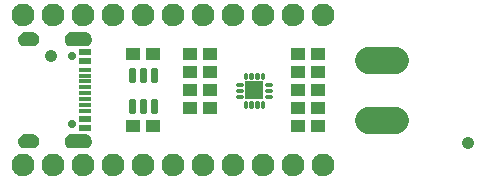
<source format=gbr>
G04 EAGLE Gerber RS-274X export*
G75*
%MOMM*%
%FSLAX34Y34*%
%LPD*%
%INGTS*%
%IPPOS*%
%AMOC8*
5,1,8,0,0,1.08239X$1,22.5*%
G01*
%ADD10C,0.249066*%
%ADD11R,1.500800X1.500800*%
%ADD12C,2.300800*%
%ADD13R,1.050800X0.330800*%
%ADD14R,1.050800X0.610800*%
%ADD15C,0.700800*%
%ADD16R,1.150800X1.050800*%
%ADD17C,0.414550*%
%ADD18C,1.930400*%
%ADD19C,1.050800*%

G36*
X73004Y37154D02*
X73004Y37154D01*
X73007Y37151D01*
X74129Y37306D01*
X74134Y37311D01*
X74138Y37308D01*
X75209Y37679D01*
X75213Y37685D01*
X75218Y37683D01*
X76195Y38256D01*
X76198Y38262D01*
X76203Y38261D01*
X77050Y39014D01*
X77052Y39021D01*
X77057Y39021D01*
X77741Y39924D01*
X77741Y39931D01*
X77746Y39932D01*
X78241Y40951D01*
X78239Y40958D01*
X78244Y40960D01*
X78531Y42057D01*
X78529Y42061D01*
X78531Y42062D01*
X78529Y42064D01*
X78532Y42066D01*
X78599Y43197D01*
X78597Y43201D01*
X78599Y43203D01*
X78532Y44334D01*
X78527Y44339D01*
X78531Y44343D01*
X78244Y45440D01*
X78238Y45444D01*
X78241Y45449D01*
X77746Y46468D01*
X77740Y46471D01*
X77741Y46476D01*
X77057Y47379D01*
X77050Y47381D01*
X77050Y47386D01*
X76203Y48139D01*
X76196Y48139D01*
X76195Y48144D01*
X75218Y48717D01*
X75211Y48716D01*
X75209Y48721D01*
X74138Y49092D01*
X74132Y49089D01*
X74129Y49094D01*
X73007Y49249D01*
X73002Y49246D01*
X73000Y49249D01*
X61000Y49249D01*
X60995Y49246D01*
X60992Y49249D01*
X59725Y49044D01*
X59719Y49038D01*
X59715Y49041D01*
X58525Y48559D01*
X58521Y48552D01*
X58515Y48554D01*
X57462Y47820D01*
X57460Y47812D01*
X57454Y47813D01*
X56591Y46863D01*
X56590Y46854D01*
X56585Y46854D01*
X55955Y45735D01*
X55956Y45727D01*
X55950Y45725D01*
X55585Y44495D01*
X55588Y44487D01*
X55583Y44484D01*
X55501Y43203D01*
X55504Y43199D01*
X55501Y43197D01*
X55583Y41916D01*
X55589Y41910D01*
X55585Y41905D01*
X55950Y40675D01*
X55957Y40670D01*
X55955Y40665D01*
X56585Y39546D01*
X56592Y39543D01*
X56591Y39537D01*
X57454Y38587D01*
X57462Y38586D01*
X57462Y38580D01*
X58515Y37846D01*
X58523Y37846D01*
X58525Y37841D01*
X59715Y37359D01*
X59722Y37361D01*
X59725Y37356D01*
X60992Y37151D01*
X60997Y37154D01*
X61000Y37151D01*
X73000Y37151D01*
X73004Y37154D01*
G37*
G36*
X73004Y-49246D02*
X73004Y-49246D01*
X73007Y-49249D01*
X74129Y-49094D01*
X74134Y-49089D01*
X74138Y-49092D01*
X75209Y-48721D01*
X75213Y-48715D01*
X75218Y-48717D01*
X76195Y-48144D01*
X76198Y-48138D01*
X76203Y-48139D01*
X77050Y-47386D01*
X77052Y-47379D01*
X77057Y-47379D01*
X77741Y-46476D01*
X77741Y-46469D01*
X77746Y-46468D01*
X78241Y-45449D01*
X78239Y-45442D01*
X78244Y-45440D01*
X78531Y-44343D01*
X78529Y-44339D01*
X78531Y-44338D01*
X78529Y-44336D01*
X78532Y-44334D01*
X78599Y-43203D01*
X78597Y-43199D01*
X78599Y-43197D01*
X78532Y-42066D01*
X78527Y-42061D01*
X78531Y-42057D01*
X78244Y-40960D01*
X78238Y-40956D01*
X78241Y-40951D01*
X77746Y-39932D01*
X77740Y-39929D01*
X77741Y-39924D01*
X77057Y-39021D01*
X77050Y-39019D01*
X77050Y-39014D01*
X76203Y-38261D01*
X76196Y-38261D01*
X76195Y-38256D01*
X75218Y-37683D01*
X75211Y-37684D01*
X75209Y-37679D01*
X74138Y-37308D01*
X74132Y-37311D01*
X74129Y-37306D01*
X73007Y-37151D01*
X73002Y-37154D01*
X73000Y-37151D01*
X61000Y-37151D01*
X60995Y-37154D01*
X60992Y-37151D01*
X59725Y-37356D01*
X59719Y-37362D01*
X59715Y-37359D01*
X58525Y-37841D01*
X58521Y-37848D01*
X58515Y-37846D01*
X57462Y-38580D01*
X57460Y-38588D01*
X57454Y-38587D01*
X56591Y-39537D01*
X56590Y-39546D01*
X56585Y-39546D01*
X55955Y-40665D01*
X55956Y-40673D01*
X55950Y-40675D01*
X55585Y-41905D01*
X55588Y-41913D01*
X55583Y-41916D01*
X55501Y-43197D01*
X55504Y-43201D01*
X55501Y-43203D01*
X55583Y-44484D01*
X55589Y-44490D01*
X55585Y-44495D01*
X55950Y-45725D01*
X55957Y-45730D01*
X55955Y-45735D01*
X56585Y-46854D01*
X56592Y-46857D01*
X56591Y-46863D01*
X57454Y-47813D01*
X57462Y-47814D01*
X57462Y-47820D01*
X58515Y-48554D01*
X58523Y-48554D01*
X58525Y-48559D01*
X59715Y-49041D01*
X59722Y-49039D01*
X59725Y-49044D01*
X60992Y-49249D01*
X60997Y-49246D01*
X61000Y-49249D01*
X73000Y-49249D01*
X73004Y-49246D01*
G37*
G36*
X28203Y37153D02*
X28203Y37153D01*
X28205Y37151D01*
X29381Y37262D01*
X29386Y37267D01*
X29390Y37264D01*
X30522Y37602D01*
X30526Y37608D01*
X30531Y37606D01*
X31575Y38158D01*
X31578Y38165D01*
X31583Y38163D01*
X32499Y38909D01*
X32500Y38916D01*
X32506Y38916D01*
X33259Y39826D01*
X33259Y39833D01*
X33264Y39834D01*
X33825Y40873D01*
X33824Y40878D01*
X33828Y40880D01*
X33827Y40881D01*
X33829Y40882D01*
X34176Y42011D01*
X34176Y42012D01*
X34177Y42013D01*
X34174Y42017D01*
X34178Y42020D01*
X34299Y43195D01*
X34295Y43202D01*
X34299Y43206D01*
X34142Y44546D01*
X34137Y44552D01*
X34140Y44557D01*
X33689Y45828D01*
X33682Y45833D01*
X33684Y45838D01*
X32962Y46977D01*
X32954Y46980D01*
X32955Y46986D01*
X31997Y47936D01*
X31989Y47937D01*
X31988Y47943D01*
X30843Y48656D01*
X30835Y48655D01*
X30833Y48661D01*
X29557Y49101D01*
X29550Y49099D01*
X29547Y49103D01*
X28205Y49249D01*
X28202Y49247D01*
X28200Y49249D01*
X22200Y49249D01*
X22197Y49247D01*
X22194Y49249D01*
X20865Y49094D01*
X20859Y49088D01*
X20855Y49091D01*
X19594Y48644D01*
X19589Y48637D01*
X19584Y48639D01*
X18454Y47922D01*
X18451Y47915D01*
X18445Y47916D01*
X17503Y46966D01*
X17502Y46957D01*
X17496Y46957D01*
X16789Y45821D01*
X16790Y45813D01*
X16784Y45811D01*
X16348Y44546D01*
X16350Y44538D01*
X16345Y44536D01*
X16201Y43205D01*
X16205Y43199D01*
X16201Y43195D01*
X16311Y42029D01*
X16316Y42024D01*
X16313Y42020D01*
X16648Y40897D01*
X16654Y40893D01*
X16652Y40889D01*
X17200Y39853D01*
X17206Y39850D01*
X17205Y39845D01*
X17944Y38937D01*
X17951Y38935D01*
X17951Y38930D01*
X18853Y38183D01*
X18861Y38183D01*
X18861Y38178D01*
X19892Y37621D01*
X19899Y37622D01*
X19901Y37617D01*
X21020Y37273D01*
X21027Y37275D01*
X21030Y37271D01*
X22195Y37151D01*
X22198Y37153D01*
X22200Y37151D01*
X28200Y37151D01*
X28203Y37153D01*
G37*
G36*
X28203Y-49247D02*
X28203Y-49247D01*
X28205Y-49249D01*
X29381Y-49138D01*
X29386Y-49133D01*
X29390Y-49136D01*
X30522Y-48798D01*
X30526Y-48792D01*
X30531Y-48794D01*
X31575Y-48242D01*
X31578Y-48235D01*
X31583Y-48237D01*
X32499Y-47491D01*
X32500Y-47484D01*
X32506Y-47484D01*
X33259Y-46575D01*
X33259Y-46567D01*
X33264Y-46567D01*
X33825Y-45527D01*
X33824Y-45522D01*
X33828Y-45520D01*
X33827Y-45519D01*
X33829Y-45518D01*
X34176Y-44389D01*
X34176Y-44388D01*
X34177Y-44387D01*
X34174Y-44383D01*
X34178Y-44380D01*
X34299Y-43205D01*
X34295Y-43198D01*
X34299Y-43194D01*
X34142Y-41854D01*
X34137Y-41848D01*
X34140Y-41843D01*
X33689Y-40572D01*
X33682Y-40567D01*
X33684Y-40562D01*
X32962Y-39423D01*
X32954Y-39420D01*
X32955Y-39414D01*
X31997Y-38464D01*
X31989Y-38463D01*
X31988Y-38457D01*
X30843Y-37744D01*
X30835Y-37745D01*
X30833Y-37739D01*
X29557Y-37299D01*
X29550Y-37301D01*
X29547Y-37297D01*
X28205Y-37151D01*
X28202Y-37153D01*
X28200Y-37151D01*
X22200Y-37151D01*
X22197Y-37153D01*
X22194Y-37151D01*
X20865Y-37306D01*
X20859Y-37312D01*
X20855Y-37309D01*
X19594Y-37756D01*
X19589Y-37763D01*
X19584Y-37761D01*
X18454Y-38478D01*
X18451Y-38485D01*
X18445Y-38484D01*
X17503Y-39435D01*
X17502Y-39443D01*
X17496Y-39443D01*
X16789Y-40579D01*
X16790Y-40587D01*
X16784Y-40589D01*
X16348Y-41854D01*
X16350Y-41862D01*
X16345Y-41865D01*
X16201Y-43195D01*
X16205Y-43201D01*
X16201Y-43205D01*
X16311Y-44371D01*
X16316Y-44376D01*
X16313Y-44380D01*
X16648Y-45503D01*
X16654Y-45507D01*
X16652Y-45511D01*
X17200Y-46547D01*
X17206Y-46550D01*
X17205Y-46555D01*
X17944Y-47463D01*
X17951Y-47465D01*
X17951Y-47470D01*
X18853Y-48217D01*
X18861Y-48217D01*
X18861Y-48223D01*
X19892Y-48779D01*
X19899Y-48778D01*
X19901Y-48783D01*
X21020Y-49127D01*
X21027Y-49125D01*
X21030Y-49129D01*
X22195Y-49249D01*
X22198Y-49247D01*
X22200Y-49249D01*
X28200Y-49249D01*
X28203Y-49247D01*
G37*
D10*
X226141Y-4491D02*
X229959Y-4491D01*
X229959Y-5509D01*
X226141Y-5509D01*
X226141Y-4491D01*
X226141Y509D02*
X229959Y509D01*
X229959Y-509D01*
X226141Y-509D01*
X226141Y509D01*
X226141Y5509D02*
X229959Y5509D01*
X229959Y4491D01*
X226141Y4491D01*
X226141Y5509D01*
X222891Y10241D02*
X222891Y14059D01*
X223909Y14059D01*
X223909Y10241D01*
X222891Y10241D01*
X222891Y12607D02*
X223909Y12607D01*
X217891Y14059D02*
X217891Y10241D01*
X217891Y14059D02*
X218909Y14059D01*
X218909Y10241D01*
X217891Y10241D01*
X217891Y12607D02*
X218909Y12607D01*
X212891Y14059D02*
X212891Y10241D01*
X212891Y14059D02*
X213909Y14059D01*
X213909Y10241D01*
X212891Y10241D01*
X212891Y12607D02*
X213909Y12607D01*
X207891Y14059D02*
X207891Y10241D01*
X207891Y14059D02*
X208909Y14059D01*
X208909Y10241D01*
X207891Y10241D01*
X207891Y12607D02*
X208909Y12607D01*
X205659Y4491D02*
X201841Y4491D01*
X201841Y5509D01*
X205659Y5509D01*
X205659Y4491D01*
X205659Y-509D02*
X201841Y-509D01*
X201841Y509D01*
X205659Y509D01*
X205659Y-509D01*
X205659Y-5509D02*
X201841Y-5509D01*
X201841Y-4491D01*
X205659Y-4491D01*
X205659Y-5509D01*
X208909Y-10241D02*
X208909Y-14059D01*
X207891Y-14059D01*
X207891Y-10241D01*
X208909Y-10241D01*
X208909Y-11693D02*
X207891Y-11693D01*
X213909Y-10241D02*
X213909Y-14059D01*
X212891Y-14059D01*
X212891Y-10241D01*
X213909Y-10241D01*
X213909Y-11693D02*
X212891Y-11693D01*
X218909Y-10241D02*
X218909Y-14059D01*
X217891Y-14059D01*
X217891Y-10241D01*
X218909Y-10241D01*
X218909Y-11693D02*
X217891Y-11693D01*
X223909Y-10241D02*
X223909Y-14059D01*
X222891Y-14059D01*
X222891Y-10241D01*
X223909Y-10241D01*
X223909Y-11693D02*
X222891Y-11693D01*
D11*
X215900Y0D03*
D12*
X312420Y-25400D02*
X334920Y-25400D01*
X334920Y25400D02*
X312420Y25400D01*
D13*
X72800Y-7500D03*
X72800Y-2500D03*
D14*
X72800Y-32250D03*
X72800Y-24500D03*
D13*
X72800Y-17500D03*
X72800Y-12500D03*
X72800Y7500D03*
X72800Y2500D03*
D14*
X72800Y32250D03*
X72800Y24500D03*
D13*
X72800Y17500D03*
X72800Y12500D03*
D15*
X61750Y28900D03*
X61750Y-28900D03*
D16*
X130420Y-30480D03*
X113420Y-30480D03*
X161680Y0D03*
X178680Y0D03*
X161680Y15240D03*
X178680Y15240D03*
X161680Y30480D03*
X178680Y30480D03*
X253120Y15240D03*
X270120Y15240D03*
X253120Y30480D03*
X270120Y30480D03*
X253120Y-15240D03*
X270120Y-15240D03*
X253120Y-30480D03*
X270120Y-30480D03*
X253120Y0D03*
X270120Y0D03*
X178680Y-15240D03*
X161680Y-15240D03*
X130420Y30480D03*
X113420Y30480D03*
D17*
X130489Y17182D02*
X132351Y17182D01*
X132351Y8820D01*
X130489Y8820D01*
X130489Y17182D01*
X130489Y12759D02*
X132351Y12759D01*
X132351Y16698D02*
X130489Y16698D01*
X122851Y17182D02*
X120989Y17182D01*
X122851Y17182D02*
X122851Y8820D01*
X120989Y8820D01*
X120989Y17182D01*
X120989Y12759D02*
X122851Y12759D01*
X122851Y16698D02*
X120989Y16698D01*
X113351Y17182D02*
X111489Y17182D01*
X113351Y17182D02*
X113351Y8820D01*
X111489Y8820D01*
X111489Y17182D01*
X111489Y12759D02*
X113351Y12759D01*
X113351Y16698D02*
X111489Y16698D01*
X111489Y-8820D02*
X113351Y-8820D01*
X113351Y-17182D01*
X111489Y-17182D01*
X111489Y-8820D01*
X111489Y-13243D02*
X113351Y-13243D01*
X113351Y-9304D02*
X111489Y-9304D01*
X130489Y-8820D02*
X132351Y-8820D01*
X132351Y-17182D01*
X130489Y-17182D01*
X130489Y-8820D01*
X130489Y-13243D02*
X132351Y-13243D01*
X132351Y-9304D02*
X130489Y-9304D01*
X122851Y-17182D02*
X120989Y-17182D01*
X120989Y-8820D01*
X122851Y-8820D01*
X122851Y-17182D01*
X122851Y-13243D02*
X120989Y-13243D01*
X120989Y-9304D02*
X122851Y-9304D01*
D18*
X20320Y63500D03*
X45720Y63500D03*
X71120Y63500D03*
X96520Y63500D03*
X121920Y63500D03*
X147320Y63500D03*
X172720Y63500D03*
X198120Y63500D03*
X223520Y63500D03*
X248920Y63500D03*
X274320Y63500D03*
X20320Y-63500D03*
X45720Y-63500D03*
X71120Y-63500D03*
X96520Y-63500D03*
X121920Y-63500D03*
X147320Y-63500D03*
X172720Y-63500D03*
X198120Y-63500D03*
X223520Y-63500D03*
X248920Y-63500D03*
X274320Y-63500D03*
D19*
X44450Y29210D03*
X397510Y-44450D03*
M02*

</source>
